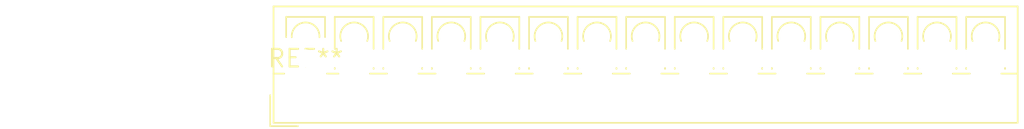
<source format=kicad_pcb>
(kicad_pcb (version 20240108) (generator pcbnew)
  (layers (0 "F.Cu" signal) (31 "B.Cu" signal) (34 "B.Paste" user) (35 "F.Paste" user) (36 "B.SilkS" user "B.Silkscreen") (37 "F.SilkS" user "F.Silkscreen") (38 "B.Mask" user) (39 "F.Mask" user) (44 "Edge.Cuts" user))
  (net 0 "")
  (footprint "TerminalBlock_4Ucon_1x15_P3.50mm_Vertical" (layer "F.Cu") (at 0 0)
    (property "Reference" "REF**")
    (property "Value" "TerminalBlock_4Ucon_1x15_P3.50mm_Vertical")
    (fp_line (start -2.55 2.66) (end -2.55 4.9) (layer "F.SilkS") (stroke (width 0.12)))
    (fp_line (start -2.55 4.9) (end -0.55 4.9) (layer "F.SilkS") (stroke (width 0.12)))
    (fp_line (start -2.31 -3.76) (end -2.31 4.66) (layer "F.SilkS") (stroke (width 0.12)))
    (fp_line (start -2.31 -3.76) (end 51.31 -3.76) (layer "F.SilkS") (stroke (width 0.12)))
    (fp_line (start -2.31 1.101) (end -1.54 1.101) (layer "F.SilkS") (stroke (width 0.12)))
    (fp_line (start -2.31 4.66) (end 51.31 4.66) (layer "F.SilkS") (stroke (width 0.12)))
    (fp_line (start -1.4 -3) (end -1.4 -1.54) (layer "F.SilkS") (stroke (width 0.12)))
    (fp_line (start -1.4 -3) (end 1.4 -3) (layer "F.SilkS") (stroke (width 0.12)))
    (fp_line (start 1.4 -3) (end 1.4 -1.54) (layer "F.SilkS") (stroke (width 0.12)))
    (fp_line (start 1.54 1.101) (end 2.367 1.101) (layer "F.SilkS") (stroke (width 0.12)))
    (fp_line (start 2.1 -3) (end 2.1 -0.689) (layer "F.SilkS") (stroke (width 0.12)))
    (fp_line (start 2.1 -3) (end 4.9 -3) (layer "F.SilkS") (stroke (width 0.12)))
    (fp_line (start 2.1 0.689) (end 2.1 0.75) (layer "F.SilkS") (stroke (width 0.12)))
    (fp_line (start 2.1 0.75) (end 2.101 0.75) (layer "F.SilkS") (stroke (width 0.12)))
    (fp_line (start 4.634 1.101) (end 5.867 1.101) (layer "F.SilkS") (stroke (width 0.12)))
    (fp_line (start 4.9 -3) (end 4.9 -0.689) (layer "F.SilkS") (stroke (width 0.12)))
    (fp_line (start 4.9 0.689) (end 4.9 0.75) (layer "F.SilkS") (stroke (width 0.12)))
    (fp_line (start 4.9 0.75) (end 4.9 0.75) (layer "F.SilkS") (stroke (width 0.12)))
    (fp_line (start 5.6 -3) (end 5.6 -0.689) (layer "F.SilkS") (stroke (width 0.12)))
    (fp_line (start 5.6 -3) (end 8.4 -3) (layer "F.SilkS") (stroke (width 0.12)))
    (fp_line (start 5.6 0.689) (end 5.6 0.75) (layer "F.SilkS") (stroke (width 0.12)))
    (fp_line (start 5.6 0.75) (end 5.601 0.75) (layer "F.SilkS") (stroke (width 0.12)))
    (fp_line (start 8.134 1.101) (end 9.367 1.101) (layer "F.SilkS") (stroke (width 0.12)))
    (fp_line (start 8.4 -3) (end 8.4 -0.689) (layer "F.SilkS") (stroke (width 0.12)))
    (fp_line (start 8.4 0.689) (end 8.4 0.75) (layer "F.SilkS") (stroke (width 0.12)))
    (fp_line (start 8.4 0.75) (end 8.4 0.75) (layer "F.SilkS") (stroke (width 0.12)))
    (fp_line (start 9.1 -3) (end 9.1 -0.689) (layer "F.SilkS") (stroke (width 0.12)))
    (fp_line (start 9.1 -3) (end 11.9 -3) (layer "F.SilkS") (stroke (width 0.12)))
    (fp_line (start 9.1 0.689) (end 9.1 0.75) (layer "F.SilkS") (stroke (width 0.12)))
    (fp_line (start 9.1 0.75) (end 9.101 0.75) (layer "F.SilkS") (stroke (width 0.12)))
    (fp_line (start 11.634 1.101) (end 12.867 1.101) (layer "F.SilkS") (stroke (width 0.12)))
    (fp_line (start 11.9 -3) (end 11.9 -0.689) (layer "F.SilkS") (stroke (width 0.12)))
    (fp_line (start 11.9 0.689) (end 11.9 0.75) (layer "F.SilkS") (stroke (width 0.12)))
    (fp_line (start 11.9 0.75) (end 11.9 0.75) (layer "F.SilkS") (stroke (width 0.12)))
    (fp_line (start 12.6 -3) (end 12.6 -0.689) (layer "F.SilkS") (stroke (width 0.12)))
    (fp_line (start 12.6 -3) (end 15.4 -3) (layer "F.SilkS") (stroke (width 0.12)))
    (fp_line (start 12.6 0.689) (end 12.6 0.75) (layer "F.SilkS") (stroke (width 0.12)))
    (fp_line (start 12.6 0.75) (end 12.601 0.75) (layer "F.SilkS") (stroke (width 0.12)))
    (fp_line (start 15.134 1.101) (end 16.367 1.101) (layer "F.SilkS") (stroke (width 0.12)))
    (fp_line (start 15.4 -3) (end 15.4 -0.689) (layer "F.SilkS") (stroke (width 0.12)))
    (fp_line (start 15.4 0.689) (end 15.4 0.75) (layer "F.SilkS") (stroke (width 0.12)))
    (fp_line (start 15.4 0.75) (end 15.4 0.75) (layer "F.SilkS") (stroke (width 0.12)))
    (fp_line (start 16.101 -3) (end 16.101 -0.689) (layer "F.SilkS") (stroke (width 0.12)))
    (fp_line (start 16.101 -3) (end 18.9 -3) (layer "F.SilkS") (stroke (width 0.12)))
    (fp_line (start 16.101 0.689) (end 16.101 0.75) (layer "F.SilkS") (stroke (width 0.12)))
    (fp_line (start 16.101 0.75) (end 16.101 0.75) (layer "F.SilkS") (stroke (width 0.12)))
    (fp_line (start 18.634 1.101) (end 19.867 1.101) (layer "F.SilkS") (stroke (width 0.12)))
    (fp_line (start 18.9 -3) (end 18.9 -0.689) (layer "F.SilkS") (stroke (width 0.12)))
    (fp_line (start 18.9 0.689) (end 18.9 0.75) (layer "F.SilkS") (stroke (width 0.12)))
    (fp_line (start 18.9 0.75) (end 18.9 0.75) (layer "F.SilkS") (stroke (width 0.12)))
    (fp_line (start 19.6 -3) (end 19.6 -0.689) (layer "F.SilkS") (stroke (width 0.12)))
    (fp_line (start 19.6 -3) (end 22.4 -3) (layer "F.SilkS") (stroke (width 0.12)))
    (fp_line (start 19.6 0.689) (end 19.6 0.75) (layer "F.SilkS") (stroke (width 0.12)))
    (fp_line (start 19.6 0.75) (end 19.601 0.75) (layer "F.SilkS") (stroke (width 0.12)))
    (fp_line (start 22.134 1.101) (end 23.367 1.101) (layer "F.SilkS") (stroke (width 0.12)))
    (fp_line (start 22.4 -3) (end 22.4 -0.689) (layer "F.SilkS") (stroke (width 0.12)))
    (fp_line (start 22.4 0.689) (end 22.4 0.75) (layer "F.SilkS") (stroke (width 0.12)))
    (fp_line (start 22.4 0.75) (end 22.4 0.75) (layer "F.SilkS") (stroke (width 0.12)))
    (fp_line (start 23.1 -3) (end 23.1 -0.689) (layer "F.SilkS") (stroke (width 0.12)))
    (fp_line (start 23.1 -3) (end 25.9 -3) (layer "F.SilkS") (stroke (width 0.12)))
    (fp_line (start 23.1 0.689) (end 23.1 0.75) (layer "F.SilkS") (stroke (width 0.12)))
    (fp_line (start 23.1 0.75) (end 23.101 0.75) (layer "F.SilkS") (stroke (width 0.12)))
    (fp_line (start 25.634 1.101) (end 26.867 1.101) (layer "F.SilkS") (stroke (width 0.12)))
    (fp_line (start 25.9 -3) (end 25.9 -0.689) (layer "F.SilkS") (stroke (width 0.12)))
    (fp_line (start 25.9 0.689) (end 25.9 0.75) (layer "F.SilkS") (stroke (width 0.12)))
    (fp_line (start 25.9 0.75) (end 25.9 0.75) (layer "F.SilkS") (stroke (width 0.12)))
    (fp_line (start 26.6 -3) (end 26.6 -0.689) (layer "F.SilkS") (stroke (width 0.12)))
    (fp_line (start 26.6 -3) (end 29.4 -3) (layer "F.SilkS") (stroke (width 0.12)))
    (fp_line (start 26.6 0.689) (end 26.6 0.75) (layer "F.SilkS") (stroke (width 0.12)))
    (fp_line (start 26.6 0.75) (end 26.601 0.75) (layer "F.SilkS") (stroke (width 0.12)))
    (fp_line (start 29.134 1.101) (end 30.367 1.101) (layer "F.SilkS") (stroke (width 0.12)))
    (fp_line (start 29.4 -3) (end 29.4 -0.689) (layer "F.SilkS") (stroke (width 0.12)))
    (fp_line (start 29.4 0.689) (end 29.4 0.75) (layer "F.SilkS") (stroke (width 0.12)))
    (fp_line (start 29.4 0.75) (end 29.4 0.75) (layer "F.SilkS") (stroke (width 0.12)))
    (fp_line (start 30.1 -3) (end 30.1 -0.689) (layer "F.SilkS") (stroke (width 0.12)))
    (fp_line (start 30.1 -3) (end 32.9 -3) (layer "F.SilkS") (stroke (width 0.12)))
    (fp_line (start 30.1 0.689) (end 30.1 0.75) (layer "F.SilkS") (stroke (width 0.12)))
    (fp_line (start 30.1 0.75) (end 30.101 0.75) (layer "F.SilkS") (stroke (width 0.12)))
    (fp_line (start 32.634 1.101) (end 33.867 1.101) (layer "F.SilkS") (stroke (width 0.12)))
    (fp_line (start 32.9 -3) (end 32.9 -0.689) (layer "F.SilkS") (stroke (width 0.12)))
    (fp_line (start 32.9 0.689) (end 32.9 0.75) (layer "F.SilkS") (stroke (width 0.12)))
    (fp_line (start 32.9 0.75) (end 32.9 0.75) (layer "F.SilkS") (stroke (width 0.12)))
    (fp_line (start 33.6 -3) (end 33.6 -0.689) (layer "F.SilkS") (stroke (width 0.12)))
    (fp_line (start 33.6 -3) (end 36.4 -3) (layer "F.SilkS") (stroke (width 0.12)))
    (fp_line (start 33.6 0.689) (end 33.6 0.75) (layer "F.SilkS") (stroke (width 0.12)))
    (fp_line (start 33.6 0.75) (end 33.601 0.75) (layer "F.SilkS") (stroke (width 0.12)))
    (fp_line (start 36.134 1.101) (end 37.367 1.101) (layer "F.SilkS") (stroke (width 0.12)))
    (fp_line (start 36.4 -3) (end 36.4 -0.689) (layer "F.SilkS") (stroke (width 0.12)))
    (fp_line (start 36.4 0.689) (end 36.4 0.75) (layer "F.SilkS") (stroke (width 0.12)))
    (fp_line (start 36.4 0.75) (end 36.4 0.75) (layer "F.SilkS") (stroke (width 0.12)))
    (fp_line (start 37.1 -3) (end 37.1 -0.689) (layer "F.SilkS") (stroke (width 0.12)))
    (fp_line (start 37.1 -3) (end 39.9 -3) (layer "F.SilkS") (stroke (width 0.12)))
    (fp_line (start 37.1 0.689) (end 37.1 0.75) (layer "F.SilkS") (stroke (width 0.12)))
    (fp_line (start 37.1 0.75) (end 37.101 0.75) (layer "F.SilkS") (stroke (width 0.12)))
    (fp_line (start 39.634 1.101) (end 40.867 1.101) (layer "F.SilkS") (stroke (width 0.12)))
    (fp_line (start 39.9 -3) (end 39.9 -0.689) (layer "F.SilkS") (stroke (width 0.12)))
    (fp_line (start 39.9 0.689) (end 39.9 0.75) (layer "F.SilkS") (stroke (width 0.12)))
    (fp_line (start 39.9 0.75) (end 39.9 0.75) (layer "F.SilkS") (stroke (width 0.12)))
    (fp_line (start 40.6 -3) (end 40.6 -0.689) (layer "F.SilkS") (stroke (width 0.12)))
    (fp_line (start 40.6 -3) (end 43.4 -3) (layer "F.SilkS") (stroke (width 0.12)))
    (fp_line (start 40.6 0.689) (end 40.6 0.75) (layer "F.SilkS") (stroke (width 0.12)))
    (fp_line (start 40.6 0.75) (end 40.601 0.75) (layer "F.SilkS") (stroke (width 0.12)))
    (fp_line (start 43.134 1.101) (end 44.367 1.101) (layer "F.SilkS") (stroke (width 0.12)))
    (fp_line (start 43.4 -3) (end 43.4 -0.689) (layer "F.SilkS") (stroke (width 0.12)))
    (fp_line (start 43.4 0.689) (end 43.4 0.75) (layer "F.SilkS") (stroke (width 0.12)))
    (fp_line (start 43.4 0.75) (end 43.4 0.75) (layer "F.SilkS") (stroke (width 0.12)))
    (fp_line (start 44.1 -3) (end 44.1 -0.689) (layer "F.SilkS") (stroke (width 0.12)))
    (fp_line (start 44.1 -3) (end 46.9 -3) (layer "F.SilkS") (stroke (width 0.12)))
    (fp_line (start 44.1 0.689) (end 44.1 0.75) (layer "F.SilkS") (stroke (width 0.12)))
    (fp_line (start 44.1 0.75) (end 44.101 0.75) (layer "F.SilkS") (stroke (width 0.12)))
    (fp_line (start 46.634 1.101) (end 47.867 1.101) (layer "F.SilkS") (stroke (width 0.12)))
    (fp_line (start 46.9 -3) (end 46.9 -0.689) (layer "F.SilkS") (stroke (width 0.12)))
    (fp_line (start 46.9 0.689) (end 46.9 0.75) (layer "F.SilkS") (stroke (width 0.12)))
    (fp_line (start 46.9 0.75) (end 46.9 0.75) (layer "F.SilkS") (stroke (width 0.12)))
    (fp_line (start 47.6 -3) (end 47.6 -0.689) (layer "F.SilkS") (stroke (width 0.12)))
    (fp_line (start 47.6 -3) (end 50.4 -3) (layer "F.SilkS") (stroke (width 0.12)))
    (fp_line (start 47.6 0.689) (end 47.6 0.75) (layer "F.SilkS") (stroke (width 0.12)))
    (fp_line (start 47.6 0.75) (end 47.601 0.75) (layer "F.SilkS") (stroke (width 0.12)))
    (fp_line (start 50.134 1.101) (end 51.31 1.101) (layer "F.SilkS") (stroke (width 0.12)))
    (fp_line (start 50.4 -3) (end 50.4 -0.689) (layer "F.SilkS") (stroke (width 0.12)))
    (fp_line (start 50.4 0.689) (end 50.4 0.75) (layer "F.SilkS") (stroke (width 0.12)))
    (fp_line (start 50.4 0.75) (end 50.4 0.75) (layer "F.SilkS") (stroke (width 0.12)))
    (fp_line (start 51.31 -3.76) (end 51.31 4.66) (layer "F.SilkS") (stroke (width 0.12)))
    (fp_arc (start -0.99789 -1.529434) (mid -0.000785 -2.600382) (end 0.998 -1.531) (layer "F.SilkS") (stroke (width 0.12)))
    (fp_arc (start 2.560085 -1.257767) (mid 3.499876 -2.600282) (end 4.44 -1.258) (layer "F.SilkS") (stroke (width 0.12)))
    (fp_arc (start 6.060085 -1.257767) (mid 6.999876 -2.600282) (end 7.94 -1.258) (layer "F.SilkS") (stroke (width 0.12)))
    (fp_arc (start 9.560085 -1.257767) (mid 10.499876 -2.600282) (end 11.44 -1.258) (layer "F.SilkS") (stroke (width 0.12)))
    (fp_arc (start 13.060085 -1.257767) (mid 13.999876 -2.600282) (end 14.94 -1.258) (layer "F.SilkS") (stroke (width 0.12)))
    (fp_arc (start 16.560085 -1.257767) (mid 17.499876 -2.600282) (end 18.44 -1.258) (layer "F.SilkS") (stroke (width 0.12)))
    (fp_arc (start 20.060085 -1.257767) (mid 20.999876 -2.600282) (end 21.94 -1.258) (layer "F.SilkS") (stroke (width 0.12)))
    (fp_arc (start 23.560085 -1.257767) (mid 24.499876 -2.600282) (end 25.44 -1.258) (layer "F.SilkS") (stroke (width 0.12)))
    (fp_arc (start 27.060085 -1.257767) (mid 27.999876 -2.600282) (end 28.94 -1.258) (layer "F.SilkS") (stroke (width 0.12)))
    (fp_arc (start 30.560085 -1.257767) (mid 31.499876 -2.600282) (end 32.44 -1.258) (layer "F.SilkS") (stroke (width 0.12)))
    (fp_arc (start 34.060085 -1.257767) (mid 34.999876 -2.600282) (end 35.94 -1.258) (layer "F.SilkS") (stroke (width 0.12)))
    (fp_arc (start 37.560085 -1.257767) (mid 38.499876 -2.600282) (end 39.44 -1.258) (layer "F.SilkS") (stroke (width 0.12)))
    (fp_arc (start 41.060085 -1.257767) (mid 41.999876 -2.600282) (end 42.94 -1.258) (layer "F.SilkS") (stroke (width 0.12)))
    (fp_arc (start 44.560085 -1.257767) (mid 45.499876 -2.600282) (end 46.44 -1.258) (layer "F.SilkS") (stroke (width 0.12)))
    (fp_arc (start 48.060085 -1.257767) (mid 48.999876 -2.600282) (end 49.94 -1.258) (layer "F.SilkS") (stroke (width 0.12)))
    (pad "1" thru_hole rect (at 0 0) (size 2.6 2.6) (drill 1.3) (layers *.Cu *.Mask) (remove_unused_layers))
    (pad "2" thru_hole circle (at 3.5 0) (size 2.6 2.6) (drill 1.3) (layers *.Cu *.Mask) (remove_unused_layers))
    (pad "3" thru_hole circle (at 7 0) (size 2.6 2.6) (drill 1.3) (layers *.Cu *.Mask) (remove_unused_layers))
    (pad "4" thru_hole circle (at 10.5 0) (size 2.6 2.6) (drill 1.3) (layers *.Cu *.Mask) (remove_unused_layers))
    (pad "5" thru_hole circle (at 14 0) (size 2.6 2.6) (drill 1.3) (layers *.Cu *.Mask) (remove_unused_layers))
    (pad "6" thru_hole circle (at 17.5 0) (size 2.6 2.6) (drill 1.3) (layers *.Cu *.Mask) (remove_unused_layers))
    (pad "7" thru_hole circle (at 21 0) (size 2.6 2.6) (drill 1.3) (layers *.Cu *.Mask) (remove_unused_layers))
    (pad "8" thru_hole circle (at 24.5 0) (size 2.6 2.6) (drill 1.3) (layers *.Cu *.Mask) (remove_unused_layers))
    (pad "9" thru_hole circle (at 28 0) (size 2.6 2.6) (drill 1.3) (layers *.Cu *.Mask) (remove_unused_layers))
    (pad "10" thru_hole circle (at 31.5 0) (size 2.6 2.6) (drill 1.3) (layers *.Cu *.Mask) (remove_unused_layers))
    (pad "11" thru_hole circle (at 35 0) (size 2.6 2.6) (drill 1.3) (layers *.Cu *.Mask) (remove_unused_layers))
    (pad "12" thru_hole circle (at 38.5 0) (size 2.6 2.6) (drill 1.3) (layers *.Cu *.Mask) (remove_unused_layers))
    (pad "13" thru_hole circle (at 42 0) (size 2.6 2.6) (drill 1.3) (layers *.Cu *.Mask) (remove_unused_layers))
    (pad "14" thru_hole circle (at 45.5 0) (size 2.6 2.6) (drill 1.3) (layers *.Cu *.Mask) (remove_unused_layers))
    (pad "15" thru_hole circle (at 49 0) (size 2.6 2.6) (drill 1.3) (layers *.Cu *.Mask) (remove_unused_layers))
  )
)
</source>
